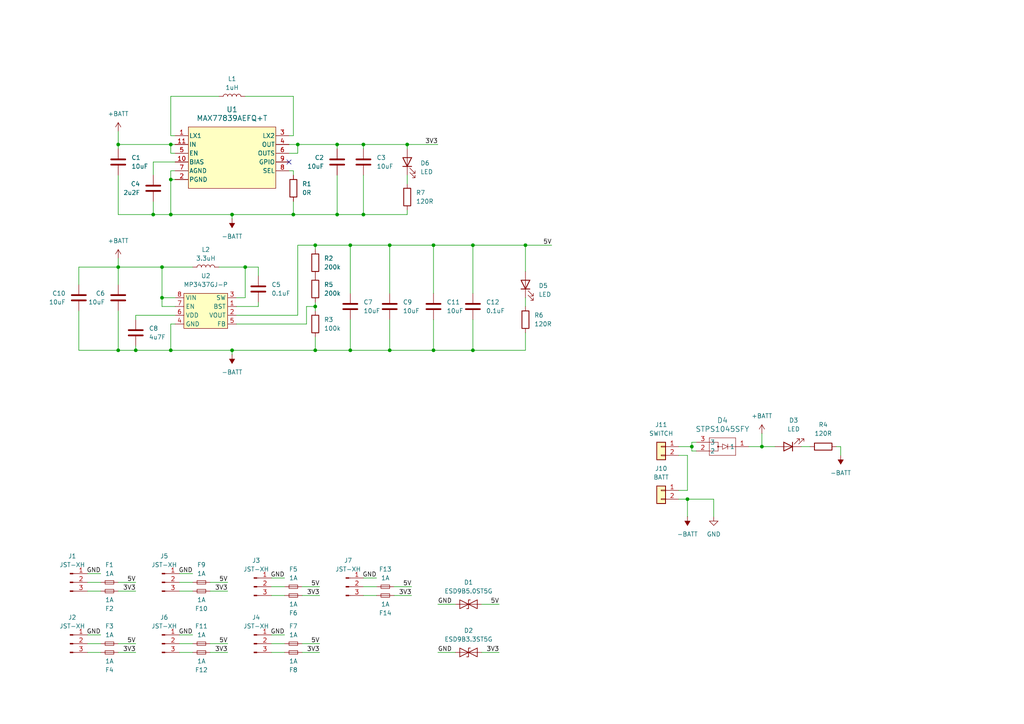
<source format=kicad_sch>
(kicad_sch (version 20250114) (generator "eeschema") (generator_version "9.0")
  (paper "A4")
  (lib_symbols
    (symbol "Connector:Conn_01x03_Pin" (pin_names (offset 1.016) (hide yes))
      (property "Reference" "J" (at 0 5.08 0))
      (property "Value" "Conn_01x03_Pin" (at 0 -5.08 0))
      (symbol "Conn_01x03_Pin_1_1"
        (rectangle (start 0.8636 2.667) (end 0 2.413) (stroke (width 0.1524)) (fill (type outline)))
        (rectangle (start 0.8636 0.127) (end 0 -0.127) (stroke (width 0.1524)) (fill (type outline)))
        (rectangle (start 0.8636 -2.413) (end 0 -2.667) (stroke (width 0.1524)) (fill (type outline)))
        (polyline (pts (xy 1.27 2.54) (xy 0.8636 2.54)) (stroke (width 0.1524)))
        (polyline (pts (xy 1.27 0) (xy 0.8636 0)) (stroke (width 0.1524)))
        (polyline (pts (xy 1.27 -2.54) (xy 0.8636 -2.54)) (stroke (width 0.1524)))
        (pin passive line (at 5.08 2.54 180) (length 3.81) (name "Pin_1") (number "1"))
        (pin passive line (at 5.08 0 180) (length 3.81) (name "Pin_2") (number "2"))
        (pin passive line (at 5.08 -2.54 180) (length 3.81) (name "Pin_3") (number "3"))
      )
    )
    (symbol "Connector_Generic:Conn_01x02" (pin_names (offset 1.016) (hide yes))
      (property "Reference" "J" (at 0 2.54 0))
      (property "Value" "Conn_01x02" (at 0 -5.08 0))
      (symbol "Conn_01x02_1_1"
        (rectangle (start -1.27 1.27) (end 1.27 -3.81) (stroke (width 0.254)) (fill (type background)))
        (rectangle (start -1.27 0.127) (end 0 -0.127) (stroke (width 0.1524)))
        (rectangle (start -1.27 -2.413) (end 0 -2.667) (stroke (width 0.1524)))
        (pin passive line (at -5.08 0 0) (length 3.81) (name "Pin_1") (number "1"))
        (pin passive line (at -5.08 -2.54 0) (length 3.81) (name "Pin_2") (number "2"))
      )
    )
    (symbol "Device:C" (pin_numbers (hide yes)) (pin_names (offset 0.254))
      (property "Reference" "C" (at 0.635 2.54 0))
      (property "Value" "C" (at 0.635 -2.54 0))
      (symbol "C_0_1"
        (polyline (pts (xy -2.032 0.762) (xy 2.032 0.762)) (stroke (width 0.508)))
        (polyline (pts (xy -2.032 -0.762) (xy 2.032 -0.762)) (stroke (width 0.508)))
      )
      (symbol "C_1_1"
        (pin passive line (at 0 3.81 270) (length 2.794) (name "~") (number "1"))
        (pin passive line (at 0 -3.81 90) (length 2.794) (name "~") (number "2"))
      )
    )
    (symbol "Device:Fuse_Small" (pin_numbers (hide yes)) (pin_names (offset 0.254) (hide yes))
      (property "Reference" "F" (at 0 -1.524 0))
      (property "Value" "Fuse_Small" (at 0 1.524 0))
      (symbol "Fuse_Small_0_1"
        (rectangle (start -1.27 0.508) (end 1.27 -0.508))
        (polyline (pts (xy -1.27 0) (xy 1.27 0)))
      )
      (symbol "Fuse_Small_1_1"
        (pin passive line (at -2.54 0 0) (length 1.27) (name "~") (number "1"))
        (pin passive line (at 2.54 0 180) (length 1.27) (name "~") (number "2"))
      )
    )
    (symbol "Device:L" (pin_numbers (hide yes)) (pin_names (offset 1.016) (hide yes))
      (property "Reference" "L" (at -1.27 0 90))
      (property "Value" "L" (at 1.905 0 90))
      (symbol "L_0_1"
        (arc (start 0 2.54) (mid 0.6323 1.905) (end 0 1.27))
        (arc (start 0 1.27) (mid 0.6323 0.635) (end 0 0))
        (arc (start 0 0) (mid 0.6323 -0.635) (end 0 -1.27))
        (arc (start 0 -1.27) (mid 0.6323 -1.905) (end 0 -2.54))
      )
      (symbol "L_1_1"
        (pin passive line (at 0 3.81 270) (length 1.27) (name "1") (number "1"))
        (pin passive line (at 0 -3.81 90) (length 1.27) (name "2") (number "2"))
      )
    )
    (symbol "Device:LED" (pin_numbers (hide yes)) (pin_names (offset 1.016) (hide yes))
      (property "Reference" "D" (at 0 2.54 0))
      (property "Value" "LED" (at 0 -2.54 0))
      (symbol "LED_0_1"
        (polyline (pts (xy -3.048 -0.762) (xy -4.572 -2.286) (xy -3.81 -2.286) (xy -4.572 -2.286) (xy -4.572 -1.524)))
        (polyline (pts (xy -1.778 -0.762) (xy -3.302 -2.286) (xy -2.54 -2.286) (xy -3.302 -2.286) (xy -3.302 -1.524)))
        (polyline (pts (xy -1.27 0) (xy 1.27 0)))
        (polyline (pts (xy -1.27 -1.27) (xy -1.27 1.27)) (stroke (width 0.254)))
        (polyline (pts (xy 1.27 -1.27) (xy 1.27 1.27) (xy -1.27 0) (xy 1.27 -1.27)) (stroke (width 0.254)))
      )
      (symbol "LED_1_1"
        (pin passive line (at -3.81 0 0) (length 2.54) (name "K") (number "1"))
        (pin passive line (at 3.81 0 180) (length 2.54) (name "A") (number "2"))
      )
    )
    (symbol "Device:R" (pin_numbers (hide yes)) (pin_names (offset 0))
      (property "Reference" "R" (at 2.032 0 90))
      (property "Value" "R" (at 0 0 90))
      (symbol "R_0_1"
        (rectangle (start -1.016 -2.54) (end 1.016 2.54) (stroke (width 0.254)))
      )
      (symbol "R_1_1"
        (pin passive line (at 0 3.81 270) (length 1.27) (name "~") (number "1"))
        (pin passive line (at 0 -3.81 90) (length 1.27) (name "~") (number "2"))
      )
    )
    (symbol "Diode:ESD9B3.3ST5G" (pin_numbers (hide yes)) (pin_names (offset 1.016) (hide yes))
      (property "Reference" "D" (at 0 2.54 0))
      (property "Value" "ESD9B3.3ST5G" (at 0 -2.54 0))
      (symbol "ESD9B3.3ST5G_0_1"
        (polyline (pts (xy -2.54 -1.27) (xy 0 0) (xy -2.54 1.27) (xy -2.54 -1.27)) (stroke (width 0.2032)))
        (polyline (pts (xy 0.508 1.27) (xy 0 1.27) (xy 0 -1.27) (xy -0.508 -1.27)) (stroke (width 0.2032)))
        (polyline (pts (xy 1.27 0) (xy -1.27 0)))
        (polyline (pts (xy 2.54 1.27) (xy 2.54 -1.27) (xy 0 0) (xy 2.54 1.27)) (stroke (width 0.2032)))
      )
      (symbol "ESD9B3.3ST5G_1_1"
        (pin passive line (at -3.81 0 0) (length 2.54) (name "A1") (number "1"))
        (pin passive line (at 3.81 0 180) (length 2.54) (name "A2") (number "2"))
      )
    )
    (symbol "Diode:ESD9B5.0ST5G" (pin_numbers (hide yes)) (pin_names (offset 1.016) (hide yes))
      (property "Reference" "D" (at 0 2.54 0))
      (property "Value" "ESD9B5.0ST5G" (at 0 -2.54 0))
      (symbol "ESD9B5.0ST5G_0_1"
        (polyline (pts (xy -2.54 -1.27) (xy 0 0) (xy -2.54 1.27) (xy -2.54 -1.27)) (stroke (width 0.2032)))
        (polyline (pts (xy 0.508 1.27) (xy 0 1.27) (xy 0 -1.27) (xy -0.508 -1.27)) (stroke (width 0.2032)))
        (polyline (pts (xy 1.27 0) (xy -1.27 0)))
        (polyline (pts (xy 2.54 1.27) (xy 2.54 -1.27) (xy 0 0) (xy 2.54 1.27)) (stroke (width 0.2032)))
      )
      (symbol "ESD9B5.0ST5G_1_1"
        (pin passive line (at -3.81 0 0) (length 2.54) (name "A1") (number "1"))
        (pin passive line (at 3.81 0 180) (length 2.54) (name "A2") (number "2"))
      )
    )
    (symbol "MPS_symbols:MAX77839AEFQ+T" (pin_names (offset 0.254))
      (property "Reference" "U" (at 0 15.24 0))
      (property "Value" "MAX77839AEFQ+T" (at 0 12.7 0))
      (symbol "MAX77839AEFQ+T_0_1"
        (pin input line (at -16.51 6.35 0) (length 3.81) (name "IN") (number "11"))
        (pin input line (at -16.51 3.81 0) (length 3.81) (name "EN") (number "5"))
        (pin output line (at -16.51 1.27 0) (length 3.81) (name "BIAS") (number "10"))
        (pin power_in line (at -16.51 -1.27 0) (length 3.81) (name "AGND") (number "7"))
        (pin power_in line (at -16.51 -3.81 0) (length 3.81) (name "PGND") (number "2"))
        (pin power_in line (at 16.51 6.35 180) (length 3.81) (name "OUT") (number "4"))
        (pin input line (at 16.51 3.81 180) (length 3.81) (name "OUTS") (number "6"))
        (pin bidirectional line (at 16.51 1.27 180) (length 3.81) (name "GPIO") (number "9"))
        (pin input line (at 16.51 -1.27 180) (length 3.81) (name "SEL") (number "8"))
      )
      (symbol "MAX77839AEFQ+T_1_1"
        (rectangle (start -12.7 11.43) (end 12.7 -6.35) (fill (type background)))
        (pin power_in line (at -16.51 8.89 0) (length 3.81) (name "LX1") (number "1"))
        (pin power_in line (at 16.51 8.89 180) (length 3.81) (name "LX2") (number "3"))
      )
    )
    (symbol "MPS_symbols:MP3437GJ-P"
      (property "Reference" "U" (at 0 6.096 0))
      (property "Value" "MP3437GJ-P" (at 0 -6.35 0))
      (symbol "MP3437GJ-P_0_0"
        (pin input line (at -8.89 3.81 0) (length 2.54) (name "VIN") (number "8"))
        (pin input line (at -8.89 1.27 0) (length 2.54) (name "EN") (number "7"))
        (pin passive line (at -8.89 -1.27 0) (length 2.54) (name "VDD") (number "6"))
        (pin passive line (at -8.89 -3.81 0) (length 2.54) (name "GND") (number "4"))
        (pin passive line (at 8.89 3.81 180) (length 2.54) (name "SW") (number "3"))
        (pin passive line (at 8.89 1.27 180) (length 2.54) (name "BST") (number "1"))
        (pin output line (at 8.89 -1.27 180) (length 2.54) (name "VOUT") (number "2"))
        (pin input line (at 8.89 -3.81 180) (length 2.54) (name "FB") (number "5"))
      )
      (symbol "MP3437GJ-P_1_1"
        (rectangle (start -6.35 5.08) (end 6.35 -5.08) (fill (type background)))
      )
    )
    (symbol "MPS_symbols:STPS1045SFY" (pin_names (offset 0.254))
      (property "Reference" "D" (at 0 7.62 0))
      (property "Value" "STPS1045SFY" (at 0 5.334 0))
      (symbol "STPS1045SFY_0_1"
        (polyline (pts (xy -3.81 3.81) (xy -3.81 -1.27)) (stroke (width 0.127)))
        (polyline (pts (xy -3.81 1.27) (xy -1.524 1.27)) (stroke (width 0.127)))
        (polyline (pts (xy -3.81 -1.27) (xy 3.81 -1.27)) (stroke (width 0.127)))
        (polyline (pts (xy -1.524 1.27) (xy 0 0.508)) (stroke (width 0.127)))
        (polyline (pts (xy -1.524 0.508) (xy -1.524 2.032)) (stroke (width 0.127)))
        (polyline (pts (xy 0 2.032) (xy -1.524 1.27)) (stroke (width 0.127)))
        (polyline (pts (xy 0 1.27) (xy 1.27 1.27)) (stroke (width 0.127)))
        (polyline (pts (xy 0 0.508) (xy 0 2.032)) (stroke (width 0.127)))
        (polyline (pts (xy 1.27 2.54) (xy 1.27 0)) (stroke (width 0.127)))
        (polyline (pts (xy 1.27 2.54) (xy 3.81 2.54)) (stroke (width 0.127)))
        (circle (center 1.27 1.27) (radius 0.127) (stroke (width 0.254)))
        (polyline (pts (xy 3.81 3.81) (xy -3.81 3.81)) (stroke (width 0.127)))
        (polyline (pts (xy 3.81 0) (xy 1.27 0)) (stroke (width 0.127)))
        (polyline (pts (xy 3.81 -1.27) (xy 3.81 3.81)) (stroke (width 0.127)))
      )
      (symbol "STPS1045SFY_1_1"
        (pin unspecified line (at -7.62 1.27 0) (length 3.81) (name "1") (number "1"))
        (pin unspecified line (at 7.62 2.54 180) (length 3.81) (name "3") (number "3"))
        (pin unspecified line (at 7.62 0 180) (length 3.81) (name "2") (number "2"))
      )
    )
    (symbol "power:+BATT" (power) (pin_numbers (hide yes)) (pin_names (offset 0) (hide yes))
      (property "Value" "+BATT" (at 0 3.556 0))
      (symbol "+BATT_0_1"
        (polyline (pts (xy -0.762 1.27) (xy 0 2.54)))
        (polyline (pts (xy 0 2.54) (xy 0.762 1.27)))
        (polyline (pts (xy 0 0) (xy 0 2.54)))
      )
      (symbol "+BATT_1_1"
        (pin power_in line (at 0 0 90) (length 0) (name "~") (number "1"))
      )
    )
    (symbol "power:-BATT" (power) (pin_numbers (hide yes)) (pin_names (offset 0) (hide yes))
      (property "Value" "-BATT" (at 0 3.556 0))
      (symbol "-BATT_0_1"
        (polyline (pts (xy 0 0) (xy 0 2.54)))
        (polyline (pts (xy 0.762 1.27) (xy -0.762 1.27) (xy 0 2.54) (xy 0.762 1.27)) (fill (type outline)))
      )
      (symbol "-BATT_1_1"
        (pin power_in line (at 0 0 90) (length 0) (name "~") (number "1"))
      )
    )
    (symbol "power:GND" (power) (pin_numbers (hide yes)) (pin_names (offset 0) (hide yes))
      (property "Value" "GND" (at 0 -3.81 0))
      (symbol "GND_0_1"
        (polyline (pts (xy 0 0) (xy 0 -1.27) (xy 1.27 -1.27) (xy 0 -2.54) (xy -1.27 -1.27) (xy 0 -1.27)))
      )
      (symbol "GND_1_1"
        (pin power_in line (at 0 0 270) (length 0) (name "~") (number "1"))
      )
    )
  )
  (junction (at 85.09 62.23))
  (junction (at 105.41 41.91))
  (junction (at 113.03 71.12))
  (junction (at 101.6 101.6))
  (junction (at 91.44 101.6))
  (junction (at 97.79 62.23))
  (junction (at 125.73 71.12))
  (junction (at 34.29 41.91))
  (junction (at 34.29 101.6))
  (junction (at 137.16 71.12))
  (junction (at 91.44 71.12))
  (junction (at 137.16 101.6))
  (junction (at 86.36 41.91))
  (junction (at 125.73 101.6))
  (junction (at 200.66 129.54))
  (junction (at 101.6 71.12))
  (junction (at 199.39 144.78))
  (junction (at 39.37 101.6))
  (junction (at 44.45 62.23))
  (junction (at 46.99 86.36))
  (junction (at 67.31 101.6))
  (junction (at 46.99 77.47))
  (junction (at 49.53 41.91))
  (junction (at 91.44 88.9))
  (junction (at 118.11 41.91))
  (junction (at 49.53 101.6))
  (junction (at 49.53 52.07))
  (junction (at 34.29 77.47))
  (junction (at 71.12 77.47))
  (junction (at 113.03 101.6))
  (junction (at 220.98 129.54))
  (junction (at 105.41 62.23))
  (junction (at 152.4 71.12))
  (junction (at 67.31 62.23))
  (junction (at 49.53 62.23))
  (junction (at 97.79 41.91))
  (no_connect (at 83.82 46.99))
  (wire (pts (xy 25.4 168.91) (xy 29.21 168.91)))
  (wire (pts (xy 196.85 132.08) (xy 199.39 132.08)))
  (wire (pts (xy 44.45 62.23) (xy 49.53 62.23)))
  (wire (pts (xy 85.09 49.53) (xy 85.09 50.8)))
  (wire (pts (xy 39.37 91.44) (xy 50.8 91.44)))
  (wire (pts (xy 49.53 44.45) (xy 49.53 41.91)))
  (wire (pts (xy 87.63 172.72) (xy 92.71 172.72)))
  (wire (pts (xy 199.39 144.78) (xy 207.01 144.78)))
  (wire (pts (xy 199.39 132.08) (xy 199.39 142.24)))
  (wire (pts (xy 125.73 71.12) (xy 125.73 85.09)))
  (wire (pts (xy 78.74 172.72) (xy 82.55 172.72)))
  (wire (pts (xy 139.7 175.26) (xy 144.78 175.26)))
  (wire (pts (xy 201.93 128.27) (xy 200.66 128.27)))
  (wire (pts (xy 105.41 62.23) (xy 118.11 62.23)))
  (wire (pts (xy 67.31 101.6) (xy 91.44 101.6)))
  (wire (pts (xy 200.66 130.81) (xy 201.93 130.81)))
  (wire (pts (xy 101.6 71.12) (xy 113.03 71.12)))
  (wire (pts (xy 137.16 71.12) (xy 152.4 71.12)))
  (wire (pts (xy 34.29 62.23) (xy 44.45 62.23)))
  (wire (pts (xy 139.7 189.23) (xy 144.78 189.23)))
  (wire (pts (xy 34.29 189.23) (xy 39.37 189.23)))
  (wire (pts (xy 22.86 101.6) (xy 22.86 90.17)))
  (wire (pts (xy 91.44 87.63) (xy 91.44 88.9)))
  (wire (pts (xy 63.5 77.47) (xy 71.12 77.47)))
  (wire (pts (xy 50.8 44.45) (xy 49.53 44.45)))
  (wire (pts (xy 85.09 62.23) (xy 97.79 62.23)))
  (wire (pts (xy 85.09 39.37) (xy 83.82 39.37)))
  (wire (pts (xy 50.8 88.9) (xy 46.99 88.9)))
  (wire (pts (xy 220.98 125.73) (xy 220.98 129.54)))
  (wire (pts (xy 34.29 50.8) (xy 34.29 62.23)))
  (wire (pts (xy 86.36 41.91) (xy 86.36 44.45)))
  (wire (pts (xy 34.29 90.17) (xy 34.29 101.6)))
  (wire (pts (xy 67.31 102.87) (xy 67.31 101.6)))
  (wire (pts (xy 39.37 101.6) (xy 49.53 101.6)))
  (wire (pts (xy 83.82 49.53) (xy 85.09 49.53)))
  (wire (pts (xy 68.58 88.9) (xy 74.93 88.9)))
  (wire (pts (xy 113.03 71.12) (xy 125.73 71.12)))
  (wire (pts (xy 52.07 189.23) (xy 55.88 189.23)))
  (wire (pts (xy 25.4 166.37) (xy 29.21 166.37)))
  (wire (pts (xy 25.4 186.69) (xy 29.21 186.69)))
  (wire (pts (xy 52.07 186.69) (xy 55.88 186.69)))
  (wire (pts (xy 199.39 142.24) (xy 196.85 142.24)))
  (wire (pts (xy 49.53 39.37) (xy 49.53 27.94)))
  (wire (pts (xy 68.58 93.98) (xy 88.9 93.98)))
  (wire (pts (xy 101.6 71.12) (xy 101.6 85.09)))
  (wire (pts (xy 71.12 27.94) (xy 85.09 27.94)))
  (wire (pts (xy 67.31 62.23) (xy 85.09 62.23)))
  (wire (pts (xy 97.79 50.8) (xy 97.79 62.23)))
  (wire (pts (xy 52.07 166.37) (xy 55.88 166.37)))
  (wire (pts (xy 34.29 101.6) (xy 39.37 101.6)))
  (wire (pts (xy 52.07 168.91) (xy 55.88 168.91)))
  (wire (pts (xy 118.11 62.23) (xy 118.11 60.96)))
  (wire (pts (xy 85.09 27.94) (xy 85.09 39.37)))
  (wire (pts (xy 34.29 186.69) (xy 39.37 186.69)))
  (wire (pts (xy 86.36 41.91) (xy 97.79 41.91)))
  (wire (pts (xy 34.29 41.91) (xy 34.29 43.18)))
  (wire (pts (xy 207.01 144.78) (xy 207.01 149.86)))
  (wire (pts (xy 39.37 92.71) (xy 39.37 91.44)))
  (wire (pts (xy 105.41 167.64) (xy 109.22 167.64)))
  (wire (pts (xy 137.16 92.71) (xy 137.16 101.6)))
  (wire (pts (xy 243.84 129.54) (xy 242.57 129.54)))
  (wire (pts (xy 105.41 172.72) (xy 109.22 172.72)))
  (wire (pts (xy 127 175.26) (xy 132.08 175.26)))
  (wire (pts (xy 60.96 171.45) (xy 66.04 171.45)))
  (wire (pts (xy 49.53 27.94) (xy 63.5 27.94)))
  (wire (pts (xy 52.07 171.45) (xy 55.88 171.45)))
  (wire (pts (xy 125.73 92.71) (xy 125.73 101.6)))
  (wire (pts (xy 34.29 77.47) (xy 46.99 77.47)))
  (wire (pts (xy 78.74 167.64) (xy 82.55 167.64)))
  (wire (pts (xy 49.53 52.07) (xy 49.53 62.23)))
  (wire (pts (xy 91.44 88.9) (xy 88.9 88.9)))
  (wire (pts (xy 25.4 184.15) (xy 29.21 184.15)))
  (wire (pts (xy 46.99 88.9) (xy 46.99 86.36)))
  (wire (pts (xy 200.66 129.54) (xy 200.66 130.81)))
  (wire (pts (xy 49.53 49.53) (xy 49.53 52.07)))
  (wire (pts (xy 105.41 50.8) (xy 105.41 62.23)))
  (wire (pts (xy 152.4 71.12) (xy 160.02 71.12)))
  (wire (pts (xy 101.6 101.6) (xy 101.6 92.71)))
  (wire (pts (xy 22.86 77.47) (xy 34.29 77.47)))
  (wire (pts (xy 83.82 41.91) (xy 86.36 41.91)))
  (wire (pts (xy 118.11 41.91) (xy 118.11 43.18)))
  (wire (pts (xy 34.29 41.91) (xy 49.53 41.91)))
  (wire (pts (xy 118.11 41.91) (xy 127 41.91)))
  (wire (pts (xy 44.45 58.42) (xy 44.45 62.23)))
  (wire (pts (xy 97.79 41.91) (xy 97.79 43.18)))
  (wire (pts (xy 78.74 189.23) (xy 82.55 189.23)))
  (wire (pts (xy 86.36 91.44) (xy 86.36 71.12)))
  (wire (pts (xy 200.66 128.27) (xy 200.66 129.54)))
  (wire (pts (xy 67.31 62.23) (xy 49.53 62.23)))
  (wire (pts (xy 50.8 39.37) (xy 49.53 39.37)))
  (wire (pts (xy 74.93 88.9) (xy 74.93 87.63)))
  (wire (pts (xy 113.03 92.71) (xy 113.03 101.6)))
  (wire (pts (xy 49.53 52.07) (xy 50.8 52.07)))
  (wire (pts (xy 243.84 132.08) (xy 243.84 129.54)))
  (wire (pts (xy 152.4 86.36) (xy 152.4 88.9)))
  (wire (pts (xy 71.12 77.47) (xy 71.12 86.36)))
  (wire (pts (xy 87.63 186.69) (xy 92.71 186.69)))
  (wire (pts (xy 127 189.23) (xy 132.08 189.23)))
  (wire (pts (xy 34.29 38.1) (xy 34.29 41.91)))
  (wire (pts (xy 105.41 41.91) (xy 105.41 43.18)))
  (wire (pts (xy 52.07 184.15) (xy 55.88 184.15)))
  (wire (pts (xy 74.93 77.47) (xy 71.12 77.47)))
  (wire (pts (xy 25.4 189.23) (xy 29.21 189.23)))
  (wire (pts (xy 22.86 82.55) (xy 22.86 77.47)))
  (wire (pts (xy 152.4 96.52) (xy 152.4 101.6)))
  (wire (pts (xy 217.17 129.54) (xy 220.98 129.54)))
  (wire (pts (xy 71.12 86.36) (xy 68.58 86.36)))
  (wire (pts (xy 87.63 189.23) (xy 92.71 189.23)))
  (wire (pts (xy 34.29 101.6) (xy 22.86 101.6)))
  (wire (pts (xy 91.44 88.9) (xy 91.44 90.17)))
  (wire (pts (xy 91.44 101.6) (xy 101.6 101.6)))
  (wire (pts (xy 114.3 172.72) (xy 119.38 172.72)))
  (wire (pts (xy 39.37 101.6) (xy 39.37 100.33)))
  (wire (pts (xy 60.96 189.23) (xy 66.04 189.23)))
  (wire (pts (xy 78.74 186.69) (xy 82.55 186.69)))
  (wire (pts (xy 105.41 41.91) (xy 118.11 41.91)))
  (wire (pts (xy 78.74 170.18) (xy 82.55 170.18)))
  (wire (pts (xy 91.44 71.12) (xy 91.44 72.39)))
  (wire (pts (xy 91.44 97.79) (xy 91.44 101.6)))
  (wire (pts (xy 86.36 71.12) (xy 91.44 71.12)))
  (wire (pts (xy 152.4 71.12) (xy 152.4 78.74)))
  (wire (pts (xy 50.8 41.91) (xy 49.53 41.91)))
  (wire (pts (xy 34.29 168.91) (xy 39.37 168.91)))
  (wire (pts (xy 50.8 49.53) (xy 49.53 49.53)))
  (wire (pts (xy 232.41 129.54) (xy 234.95 129.54)))
  (wire (pts (xy 34.29 77.47) (xy 34.29 82.55)))
  (wire (pts (xy 49.53 101.6) (xy 49.53 93.98)))
  (wire (pts (xy 67.31 62.23) (xy 67.31 63.5)))
  (wire (pts (xy 60.96 186.69) (xy 66.04 186.69)))
  (wire (pts (xy 196.85 129.54) (xy 200.66 129.54)))
  (wire (pts (xy 118.11 50.8) (xy 118.11 53.34)))
  (wire (pts (xy 152.4 101.6) (xy 137.16 101.6)))
  (wire (pts (xy 50.8 46.99) (xy 44.45 46.99)))
  (wire (pts (xy 78.74 184.15) (xy 82.55 184.15)))
  (wire (pts (xy 199.39 144.78) (xy 199.39 149.86)))
  (wire (pts (xy 46.99 86.36) (xy 46.99 77.47)))
  (wire (pts (xy 25.4 171.45) (xy 29.21 171.45)))
  (wire (pts (xy 105.41 170.18) (xy 109.22 170.18)))
  (wire (pts (xy 49.53 101.6) (xy 67.31 101.6)))
  (wire (pts (xy 137.16 71.12) (xy 137.16 85.09)))
  (wire (pts (xy 105.41 62.23) (xy 97.79 62.23)))
  (wire (pts (xy 88.9 88.9) (xy 88.9 93.98)))
  (wire (pts (xy 125.73 101.6) (xy 113.03 101.6)))
  (wire (pts (xy 113.03 71.12) (xy 113.03 85.09)))
  (wire (pts (xy 137.16 101.6) (xy 125.73 101.6)))
  (wire (pts (xy 46.99 77.47) (xy 55.88 77.47)))
  (wire (pts (xy 74.93 80.01) (xy 74.93 77.47)))
  (wire (pts (xy 220.98 129.54) (xy 224.79 129.54)))
  (wire (pts (xy 85.09 62.23) (xy 85.09 58.42)))
  (wire (pts (xy 196.85 144.78) (xy 199.39 144.78)))
  (wire (pts (xy 97.79 41.91) (xy 105.41 41.91)))
  (wire (pts (xy 83.82 44.45) (xy 86.36 44.45)))
  (wire (pts (xy 34.29 171.45) (xy 39.37 171.45)))
  (wire (pts (xy 113.03 101.6) (xy 101.6 101.6)))
  (wire (pts (xy 125.73 71.12) (xy 137.16 71.12)))
  (wire (pts (xy 114.3 170.18) (xy 119.38 170.18)))
  (wire (pts (xy 60.96 168.91) (xy 66.04 168.91)))
  (wire (pts (xy 49.53 93.98) (xy 50.8 93.98)))
  (wire (pts (xy 34.29 74.93) (xy 34.29 77.47)))
  (wire (pts (xy 44.45 46.99) (xy 44.45 50.8)))
  (wire (pts (xy 91.44 71.12) (xy 101.6 71.12)))
  (wire (pts (xy 68.58 91.44) (xy 86.36 91.44)))
  (wire (pts (xy 87.63 170.18) (xy 92.71 170.18)))
  (wire (pts (xy 50.8 86.36) (xy 46.99 86.36)))
  (label "5V" (at 119.38 170.18 180))
  (label "GND" (at 29.21 166.37 180))
  (label "3V3" (at 144.78 189.23 180))
  (label "5V" (at 39.37 168.91 180))
  (label "3V3" (at 119.38 172.72 180))
  (label "5V" (at 39.37 186.69 180))
  (label "GND" (at 55.88 184.15 180))
  (label "5V" (at 92.71 186.69 180))
  (label "GND" (at 127 175.26 0))
  (label "5V" (at 66.04 168.91 180))
  (label "GND" (at 109.22 167.64 180))
  (label "3V3" (at 66.04 171.45 180))
  (label "GND" (at 55.88 166.37 180))
  (label "GND" (at 82.55 167.64 180))
  (label "3V3" (at 92.71 189.23 180))
  (label "3V3" (at 39.37 171.45 180))
  (label "3V3" (at 92.71 172.72 180))
  (label "5V" (at 160.02 71.12 180))
  (label "5V" (at 92.71 170.18 180))
  (label "GND" (at 29.21 184.15 180))
  (label "5V" (at 66.04 186.69 180))
  (label "3V3" (at 127 41.91 180))
  (label "5V" (at 144.78 175.26 180))
  (label "GND" (at 127 189.23 0))
  (label "GND" (at 82.55 184.15 180))
  (label "3V3" (at 39.37 189.23 180))
  (label "3V3" (at 66.04 189.23 180))
  (symbol (lib_id "Device:C") (at 113.03 88.9 0) (unit 1)
    (property "Reference" "C9" (at 116.84 87.6299 0) (effects (justify left)))
    (property "Value" "10uF" (at 116.84 90.1699 0) (effects (justify left)))
    (property "Footprint" "Capacitor_SMD:C_1206_3216Metric" (effects (hide yes)))
    (property "Description" "Unpolarized capacitor" (effects (hide yes)))
  )
  (symbol (lib_id "Device:Fuse_Small") (at 58.42 186.69 0) (unit 1)
    (property "Reference" "F11" (at 58.42 181.61 0))
    (property "Value" "1A" (at 58.42 184.15 0))
    (property "Footprint" "Fuse:Fuse_0603_1608Metric" (effects (hide yes)))
    (property "Description" "Fuse, small symbol" (effects (hide yes)))
  )
  (symbol (lib_id "Device:R") (at 152.4 92.71 0) (unit 1)
    (property "Reference" "R6" (at 154.94 91.4399 0) (effects (justify left)))
    (property "Value" "120R" (at 154.94 93.9799 0) (effects (justify left)))
    (property "Footprint" "Resistor_SMD:R_0603_1608Metric" (effects (hide yes)))
    (property "Description" "Resistor" (effects (hide yes)))
  )
  (symbol (lib_id "Device:Fuse_Small") (at 58.42 171.45 0) (mirror x) (unit 1)
    (property "Reference" "F10" (at 58.42 176.53 0))
    (property "Value" "1A" (at 58.42 173.99 0))
    (property "Footprint" "Fuse:Fuse_0603_1608Metric" (effects (hide yes)))
    (property "Description" "Fuse, small symbol" (effects (hide yes)))
  )
  (symbol (lib_id "Device:C") (at 97.79 46.99 0) (mirror y) (unit 1)
    (property "Reference" "C2" (at 93.98 45.7199 0) (effects (justify left)))
    (property "Value" "10uF" (at 93.98 48.2599 0) (effects (justify left)))
    (property "Footprint" "Capacitor_SMD:C_1206_3216Metric" (effects (hide yes)))
    (property "Description" "Unpolarized capacitor" (effects (hide yes)))
  )
  (symbol (lib_id "Device:Fuse_Small") (at 85.09 186.69 0) (unit 1)
    (property "Reference" "F7" (at 85.09 181.61 0))
    (property "Value" "1A" (at 85.09 184.15 0))
    (property "Footprint" "Fuse:Fuse_0603_1608Metric" (effects (hide yes)))
    (property "Description" "Fuse, small symbol" (effects (hide yes)))
  )
  (symbol (lib_id "Device:R") (at 91.44 83.82 0) (unit 1)
    (property "Reference" "R5" (at 93.98 82.5499 0) (effects (justify left)))
    (property "Value" "200k" (at 93.98 85.0899 0) (effects (justify left)))
    (property "Footprint" "Resistor_SMD:R_0603_1608Metric" (effects (hide yes)))
    (property "Description" "Resistor" (effects (hide yes)))
  )
  (symbol (lib_id "Connector:Conn_01x03_Pin") (at 46.99 186.69 0) (unit 1)
    (property "Reference" "J6" (at 47.625 179.07 0))
    (property "Value" "JST-XH" (at 47.625 181.61 0))
    (property "Footprint" "Connector_JST:JST_XH_S3B-XH-A_1x03_P2.50mm_Horizontal" (effects (hide yes)))
    (property "Description" "Generic connector, single row, 01x03, script generated" (effects (hide yes)))
  )
  (symbol (lib_id "Device:LED") (at 228.6 129.54 180) (unit 1)
    (property "Reference" "D3" (at 230.1875 121.92 0))
    (property "Value" "LED" (at 230.1875 124.46 0))
    (property "Footprint" "LED_SMD:LED_0603_1608Metric" (effects (hide yes)))
    (property "Description" "Light emitting diode" (effects (hide yes)))
    (property "Sim.Pins" "1=K 2=A" (effects (hide yes)))
  )
  (symbol (lib_id "Connector:Conn_01x03_Pin") (at 20.32 168.91 0) (unit 1)
    (property "Reference" "J1" (at 20.955 161.29 0))
    (property "Value" "JST-XH" (at 20.955 163.83 0))
    (property "Footprint" "Connector_JST:JST_XH_S3B-XH-A_1x03_P2.50mm_Horizontal" (effects (hide yes)))
    (property "Description" "Generic connector, single row, 01x03, script generated" (effects (hide yes)))
  )
  (symbol (lib_id "power:+BATT") (at 220.98 125.73 0) (unit 1)
    (property "Reference" "#PWR01" (effects (hide yes)))
    (property "Value" "+BATT" (at 220.98 120.65 0))
    (property "Description" "Power symbol creates a global label with name \"+BATT\"" (effects (hide yes)))
  )
  (symbol (lib_id "Device:R") (at 85.09 54.61 0) (unit 1)
    (property "Reference" "R1" (at 87.63 53.3399 0) (effects (justify left)))
    (property "Value" "0R" (at 87.63 55.8799 0) (effects (justify left)))
    (property "Footprint" "Resistor_SMD:R_0603_1608Metric" (effects (hide yes)))
    (property "Description" "Resistor" (effects (hide yes)))
  )
  (symbol (lib_id "Connector:Conn_01x03_Pin") (at 100.33 170.18 0) (unit 1)
    (property "Reference" "J7" (at 100.965 162.56 0))
    (property "Value" "JST-XH" (at 100.965 165.1 0))
    (property "Footprint" "Connector_JST:JST_XH_S3B-XH-A_1x03_P2.50mm_Horizontal" (effects (hide yes)))
    (property "Description" "Generic connector, single row, 01x03, script generated" (effects (hide yes)))
  )
  (symbol (lib_id "Connector_Generic:Conn_01x02") (at 191.77 129.54 0) (mirror y) (unit 1)
    (property "Reference" "J11" (at 191.77 123.19 0))
    (property "Value" "SWITCH" (at 191.77 125.73 0))
    (property "Footprint" "Connector_JST:JST_VH_B2PS-VH_1x02_P3.96mm_Horizontal" (effects (hide yes)))
    (property "Description" "Generic connector, single row, 01x02, script generated (kicad-library-utils/schlib/autogen/connector/)" (effects (hide yes)))
  )
  (symbol (lib_id "Device:LED") (at 118.11 46.99 90) (unit 1)
    (property "Reference" "D6" (at 121.92 47.3074 90) (effects (justify right)))
    (property "Value" "LED" (at 121.92 49.8474 90) (effects (justify right)))
    (property "Footprint" "LED_SMD:LED_0603_1608Metric" (effects (hide yes)))
    (property "Description" "Light emitting diode" (effects (hide yes)))
    (property "Sim.Pins" "1=K 2=A" (effects (hide yes)))
  )
  (symbol (lib_id "Connector:Conn_01x03_Pin") (at 73.66 186.69 0) (unit 1)
    (property "Reference" "J4" (at 74.295 179.07 0))
    (property "Value" "JST-XH" (at 74.295 181.61 0))
    (property "Footprint" "Connector_JST:JST_XH_S3B-XH-A_1x03_P2.50mm_Horizontal" (effects (hide yes)))
    (property "Description" "Generic connector, single row, 01x03, script generated" (effects (hide yes)))
  )
  (symbol (lib_id "Device:Fuse_Small") (at 111.76 172.72 0) (mirror x) (unit 1)
    (property "Reference" "F14" (at 111.76 177.8 0))
    (property "Value" "1A" (at 111.76 175.26 0))
    (property "Footprint" "Fuse:Fuse_0603_1608Metric" (effects (hide yes)))
    (property "Description" "Fuse, small symbol" (effects (hide yes)))
  )
  (symbol (lib_id "Connector_Generic:Conn_01x02") (at 191.77 142.24 0) (mirror y) (unit 1)
    (property "Reference" "J10" (at 191.77 135.89 0))
    (property "Value" "BATT" (at 191.77 138.43 0))
    (property "Footprint" "Connector_JST:JST_VH_B2PS-VH_1x02_P3.96mm_Horizontal" (effects (hide yes)))
    (property "Description" "Generic connector, single row, 01x02, script generated (kicad-library-utils/schlib/autogen/connector/)" (effects (hide yes)))
  )
  (symbol (lib_id "Device:L") (at 59.69 77.47 90) (unit 1)
    (property "Reference" "L2" (at 59.69 72.39 90))
    (property "Value" "3.3uH" (at 59.69 74.93 90))
    (property "Footprint" "MPS_footprints:L_Wurth_WE-XHMI-6060P" (effects (hide yes)))
    (property "Description" "Inductor" (effects (hide yes)))
  )
  (symbol (lib_id "Device:R") (at 238.76 129.54 270) (unit 1)
    (property "Reference" "R4" (at 238.76 123.19 90))
    (property "Value" "120R" (at 238.76 125.73 90))
    (property "Footprint" "Resistor_SMD:R_0603_1608Metric" (effects (hide yes)))
    (property "Description" "Resistor" (effects (hide yes)))
  )
  (symbol (lib_id "power:-BATT") (at 67.31 102.87 180) (unit 1)
    (property "Reference" "#PWR06" (effects (hide yes)))
    (property "Value" "-BATT" (at 67.31 107.95 0))
    (property "Description" "Power symbol creates a global label with name \"-BATT\"" (effects (hide yes)))
  )
  (symbol (lib_id "Device:Fuse_Small") (at 31.75 189.23 0) (mirror x) (unit 1)
    (property "Reference" "F4" (at 31.75 194.31 0))
    (property "Value" "1A" (at 31.75 191.77 0))
    (property "Footprint" "Fuse:Fuse_0603_1608Metric" (effects (hide yes)))
    (property "Description" "Fuse, small symbol" (effects (hide yes)))
  )
  (symbol (lib_id "power:GND") (at 207.01 149.86 0) (unit 1)
    (property "Reference" "#PWR03" (effects (hide yes)))
    (property "Value" "GND" (at 207.01 154.94 0))
    (property "Description" "Power symbol creates a global label with name \"GND\" , ground" (effects (hide yes)))
  )
  (symbol (lib_id "Device:Fuse_Small") (at 111.76 170.18 0) (unit 1)
    (property "Reference" "F13" (at 111.76 165.1 0))
    (property "Value" "1A" (at 111.76 167.64 0))
    (property "Footprint" "Fuse:Fuse_0603_1608Metric" (effects (hide yes)))
    (property "Description" "Fuse, small symbol" (effects (hide yes)))
  )
  (symbol (lib_id "power:-BATT") (at 243.84 132.08 180) (unit 1)
    (property "Reference" "#PWR07" (effects (hide yes)))
    (property "Value" "-BATT" (at 243.84 137.16 0))
    (property "Description" "Power symbol creates a global label with name \"-BATT\"" (effects (hide yes)))
  )
  (symbol (lib_id "Device:C") (at 44.45 54.61 0) (mirror y) (unit 1)
    (property "Reference" "C4" (at 40.64 53.3399 0) (effects (justify left)))
    (property "Value" "2u2F" (at 40.64 55.8799 0) (effects (justify left)))
    (property "Footprint" "Capacitor_SMD:C_0805_2012Metric" (effects (hide yes)))
    (property "Description" "Unpolarized capacitor" (effects (hide yes)))
  )
  (symbol (lib_id "MPS_symbols:STPS1045SFY") (at 209.55 130.81 0) (mirror y) (unit 1)
    (property "Reference" "D4" (at 209.55 121.92 0) (effects (font (size 1.524 1.524))))
    (property "Value" "STPS1045SFY" (at 209.55 124.46 0) (effects (font (size 1.524 1.524))))
    (property "Footprint" "PSMCTO-277A_STM" (effects (hide yes)))
    (property "Datasheet" "https://www.st.com/resource/en/datasheet/stps1045sfy.pdf" (effects (hide yes)))
  )
  (symbol (lib_id "power:-BATT") (at 199.39 149.86 180) (unit 1)
    (property "Reference" "#PWR02" (effects (hide yes)))
    (property "Value" "-BATT" (at 199.39 154.94 0))
    (property "Description" "Power symbol creates a global label with name \"-BATT\"" (effects (hide yes)))
  )
  (symbol (lib_id "Device:Fuse_Small") (at 58.42 168.91 0) (unit 1)
    (property "Reference" "F9" (at 58.42 163.83 0))
    (property "Value" "1A" (at 58.42 166.37 0))
    (property "Footprint" "Fuse:Fuse_0603_1608Metric" (effects (hide yes)))
    (property "Description" "Fuse, small symbol" (effects (hide yes)))
  )
  (symbol (lib_id "Connector:Conn_01x03_Pin") (at 46.99 168.91 0) (unit 1)
    (property "Reference" "J5" (at 47.625 161.29 0))
    (property "Value" "JST-XH" (at 47.625 163.83 0))
    (property "Footprint" "Connector_JST:JST_XH_S3B-XH-A_1x03_P2.50mm_Horizontal" (effects (hide yes)))
    (property "Description" "Generic connector, single row, 01x03, script generated" (effects (hide yes)))
  )
  (symbol (lib_id "Device:C") (at 22.86 86.36 0) (mirror y) (unit 1)
    (property "Reference" "C10" (at 19.05 85.0899 0) (effects (justify left)))
    (property "Value" "10uF" (at 19.05 87.6299 0) (effects (justify left)))
    (property "Footprint" "Capacitor_SMD:C_1206_3216Metric" (effects (hide yes)))
    (property "Description" "Unpolarized capacitor" (effects (hide yes)))
  )
  (symbol (lib_id "power:+BATT") (at 34.29 38.1 0) (unit 1)
    (property "Reference" "#PWR04" (effects (hide yes)))
    (property "Value" "+BATT" (at 34.29 33.02 0))
    (property "Description" "Power symbol creates a global label with name \"+BATT\"" (effects (hide yes)))
  )
  (symbol (lib_id "power:+BATT") (at 34.29 74.93 0) (unit 1)
    (property "Reference" "#PWR08" (effects (hide yes)))
    (property "Value" "+BATT" (at 34.29 69.85 0))
    (property "Description" "Power symbol creates a global label with name \"+BATT\"" (effects (hide yes)))
  )
  (symbol (lib_id "Device:LED") (at 152.4 82.55 90) (unit 1)
    (property "Reference" "D5" (at 156.21 82.8674 90) (effects (justify right)))
    (property "Value" "LED" (at 156.21 85.4074 90) (effects (justify right)))
    (property "Footprint" "LED_SMD:LED_0603_1608Metric" (effects (hide yes)))
    (property "Description" "Light emitting diode" (effects (hide yes)))
    (property "Sim.Pins" "1=K 2=A" (effects (hide yes)))
  )
  (symbol (lib_id "Device:Fuse_Small") (at 31.75 171.45 0) (mirror x) (unit 1)
    (property "Reference" "F2" (at 31.75 176.53 0))
    (property "Value" "1A" (at 31.75 173.99 0))
    (property "Footprint" "Fuse:Fuse_0603_1608Metric" (effects (hide yes)))
    (property "Description" "Fuse, small symbol" (effects (hide yes)))
  )
  (symbol (lib_id "Device:L") (at 67.31 27.94 90) (unit 1)
    (property "Reference" "L1" (at 67.31 22.86 90))
    (property "Value" "1uH" (at 67.31 25.4 90))
    (property "Footprint" "Inductor_SMD:L_Wuerth_MAPI-5020" (effects (hide yes)))
    (property "Description" "Inductor" (effects (hide yes)))
  )
  (symbol (lib_id "Device:R") (at 118.11 57.15 0) (unit 1)
    (property "Reference" "R7" (at 120.65 55.8799 0) (effects (justify left)))
    (property "Value" "120R" (at 120.65 58.4199 0) (effects (justify left)))
    (property "Footprint" "Resistor_SMD:R_0603_1608Metric" (effects (hide yes)))
    (property "Description" "Resistor" (effects (hide yes)))
  )
  (symbol (lib_id "Device:C") (at 34.29 86.36 0) (mirror y) (unit 1)
    (property "Reference" "C6" (at 30.48 85.0899 0) (effects (justify left)))
    (property "Value" "10uF" (at 30.48 87.6299 0) (effects (justify left)))
    (property "Footprint" "Capacitor_SMD:C_1206_3216Metric" (effects (hide yes)))
    (property "Description" "Unpolarized capacitor" (effects (hide yes)))
  )
  (symbol (lib_id "Device:C") (at 137.16 88.9 0) (unit 1)
    (property "Reference" "C12" (at 140.97 87.6299 0) (effects (justify left)))
    (property "Value" "0.1uF" (at 140.97 90.1699 0) (effects (justify left)))
    (property "Footprint" "Capacitor_SMD:C_0603_1608Metric" (effects (hide yes)))
    (property "Description" "Unpolarized capacitor" (effects (hide yes)))
  )
  (symbol (lib_id "Device:C") (at 34.29 46.99 0) (unit 1)
    (property "Reference" "C1" (at 38.1 45.7199 0) (effects (justify left)))
    (property "Value" "10uF" (at 38.1 48.2599 0) (effects (justify left)))
    (property "Footprint" "Capacitor_SMD:C_1206_3216Metric" (effects (hide yes)))
    (property "Description" "Unpolarized capacitor" (effects (hide yes)))
  )
  (symbol (lib_id "Diode:ESD9B5.0ST5G") (at 135.89 175.26 180) (unit 1)
    (property "Reference" "D1" (at 135.89 168.91 0))
    (property "Value" "ESD9B5.0ST5G" (at 135.89 171.45 0))
    (property "Footprint" "Diode_SMD:D_SOD-923" (effects (hide yes)))
    (property "Datasheet" "https://www.onsemi.com/pub/Collateral/ESD9B-D.PDF" (effects (hide yes)))
    (property "Description" "ESD protection diode, 5.0Vrwm, SOD-923" (effects (hide yes)))
  )
  (symbol (lib_id "Device:Fuse_Small") (at 85.09 170.18 0) (unit 1)
    (property "Reference" "F5" (at 85.09 165.1 0))
    (property "Value" "1A" (at 85.09 167.64 0))
    (property "Footprint" "Fuse:Fuse_0603_1608Metric" (effects (hide yes)))
    (property "Description" "Fuse, small symbol" (effects (hide yes)))
  )
  (symbol (lib_id "MPS_symbols:MAX77839AEFQ+T") (at 67.31 48.26 0) (unit 1)
    (property "Reference" "U1" (at 67.31 31.75 0) (effects (font (size 1.524 1.524))))
    (property "Value" "MAX77839AEFQ+T" (at 67.31 34.29 0) (effects (font (size 1.524 1.524))))
    (property "Footprint" "MPS_footprints:21-100431_F112A2F&plus_1_MXM" (effects (hide yes)))
    (property "Datasheet" "MAX77839AEFQ+T" (effects (hide yes)))
  )
  (symbol (lib_id "Connector:Conn_01x03_Pin") (at 73.66 170.18 0) (unit 1)
    (property "Reference" "J3" (at 74.295 162.56 0))
    (property "Value" "JST-XH" (at 74.295 165.1 0))
    (property "Footprint" "Connector_JST:JST_XH_S3B-XH-A_1x03_P2.50mm_Horizontal" (effects (hide yes)))
    (property "Description" "Generic connector, single row, 01x03, script generated" (effects (hide yes)))
  )
  (symbol (lib_id "Diode:ESD9B3.3ST5G") (at 135.89 189.23 0) (unit 1)
    (property "Reference" "D2" (at 135.89 182.88 0))
    (property "Value" "ESD9B3.3ST5G" (at 135.89 185.42 0))
    (property "Footprint" "Diode_SMD:D_SOD-923" (effects (hide yes)))
    (property "Datasheet" "https://www.onsemi.com/pub/Collateral/ESD9B-D.PDF" (effects (hide yes)))
    (property "Description" "ESD protection diode, 3.3Vrwm, SOD-923" (effects (hide yes)))
  )
  (symbol (lib_id "Device:C") (at 39.37 96.52 0) (unit 1)
    (property "Reference" "C8" (at 43.18 95.2499 0) (effects (justify left)))
    (property "Value" "4u7F" (at 43.18 97.7899 0) (effects (justify left)))
    (property "Footprint" "Capacitor_SMD:C_0603_1608Metric" (effects (hide yes)))
    (property "Description" "Unpolarized capacitor" (effects (hide yes)))
  )
  (symbol (lib_id "Device:C") (at 105.41 46.99 0) (unit 1)
    (property "Reference" "C3" (at 109.22 45.7199 0) (effects (justify left)))
    (property "Value" "10uF" (at 109.22 48.2599 0) (effects (justify left)))
    (property "Footprint" "Capacitor_SMD:C_1206_3216Metric" (effects (hide yes)))
    (property "Description" "Unpolarized capacitor" (effects (hide yes)))
  )
  (symbol (lib_id "Connector:Conn_01x03_Pin") (at 20.32 186.69 0) (unit 1)
    (property "Reference" "J2" (at 20.955 179.07 0))
    (property "Value" "JST-XH" (at 20.955 181.61 0))
    (property "Footprint" "Connector_JST:JST_XH_S3B-XH-A_1x03_P2.50mm_Horizontal" (effects (hide yes)))
    (property "Description" "Generic connector, single row, 01x03, script generated" (effects (hide yes)))
  )
  (symbol (lib_id "Device:Fuse_Small") (at 58.42 189.23 0) (mirror x) (unit 1)
    (property "Reference" "F12" (at 58.42 194.31 0))
    (property "Value" "1A" (at 58.42 191.77 0))
    (property "Footprint" "Fuse:Fuse_0603_1608Metric" (effects (hide yes)))
    (property "Description" "Fuse, small symbol" (effects (hide yes)))
  )
  (symbol (lib_id "power:-BATT") (at 67.31 63.5 180) (unit 1)
    (property "Reference" "#PWR05" (effects (hide yes)))
    (property "Value" "-BATT" (at 67.31 68.58 0))
    (property "Description" "Power symbol creates a global label with name \"-BATT\"" (effects (hide yes)))
  )
  (symbol (lib_id "Device:R") (at 91.44 93.98 0) (unit 1)
    (property "Reference" "R3" (at 93.98 92.7099 0) (effects (justify left)))
    (property "Value" "100k" (at 93.98 95.2499 0) (effects (justify left)))
    (property "Footprint" "Resistor_SMD:R_0603_1608Metric" (effects (hide yes)))
    (property "Description" "Resistor" (effects (hide yes)))
  )
  (symbol (lib_id "Device:Fuse_Small") (at 31.75 186.69 0) (unit 1)
    (property "Reference" "F3" (at 31.75 181.61 0))
    (property "Value" "1A" (at 31.75 184.15 0))
    (property "Footprint" "Fuse:Fuse_0603_1608Metric" (effects (hide yes)))
    (property "Description" "Fuse, small symbol" (effects (hide yes)))
  )
  (symbol (lib_id "Device:Fuse_Small") (at 85.09 172.72 0) (mirror x) (unit 1)
    (property "Reference" "F6" (at 85.09 177.8 0))
    (property "Value" "1A" (at 85.09 175.26 0))
    (property "Footprint" "Fuse:Fuse_0603_1608Metric" (effects (hide yes)))
    (property "Description" "Fuse, small symbol" (effects (hide yes)))
  )
  (symbol (lib_id "Device:Fuse_Small") (at 85.09 189.23 0) (mirror x) (unit 1)
    (property "Reference" "F8" (at 85.09 194.31 0))
    (property "Value" "1A" (at 85.09 191.77 0))
    (property "Footprint" "Fuse:Fuse_0603_1608Metric" (effects (hide yes)))
    (property "Description" "Fuse, small symbol" (effects (hide yes)))
  )
  (symbol (lib_id "Device:C") (at 101.6 88.9 0) (unit 1)
    (property "Reference" "C7" (at 105.41 87.6299 0) (effects (justify left)))
    (property "Value" "10uF" (at 105.41 90.1699 0) (effects (justify left)))
    (property "Footprint" "Capacitor_SMD:C_1206_3216Metric" (effects (hide yes)))
    (property "Description" "Unpolarized capacitor" (effects (hide yes)))
  )
  (symbol (lib_id "Device:C") (at 125.73 88.9 0) (unit 1)
    (property "Reference" "C11" (at 129.54 87.6299 0) (effects (justify left)))
    (property "Value" "10uF" (at 129.54 90.1699 0) (effects (justify left)))
    (property "Footprint" "Capacitor_SMD:C_1206_3216Metric" (effects (hide yes)))
    (property "Description" "Unpolarized capacitor" (effects (hide yes)))
  )
  (symbol (lib_id "Device:Fuse_Small") (at 31.75 168.91 0) (unit 1)
    (property "Reference" "F1" (at 31.75 163.83 0))
    (property "Value" "1A" (at 31.75 166.37 0))
    (property "Footprint" "Fuse:Fuse_0603_1608Metric" (effects (hide yes)))
    (property "Description" "Fuse, small symbol" (effects (hide yes)))
  )
  (symbol (lib_id "Device:R") (at 91.44 76.2 0) (unit 1)
    (property "Reference" "R2" (at 93.98 74.9299 0) (effects (justify left)))
    (property "Value" "200k" (at 93.98 77.4699 0) (effects (justify left)))
    (property "Footprint" "Resistor_SMD:R_0603_1608Metric" (effects (hide yes)))
    (property "Description" "Resistor" (effects (hide yes)))
  )
  (symbol (lib_id "MPS_symbols:MP3437GJ-P") (at 59.69 90.17 0) (unit 1)
    (property "Reference" "U2" (at 59.69 80.01 0))
    (property "Value" "MP3437GJ-P" (at 59.69 82.55 0))
    (property "Footprint" "MPS_footprints:MP3437GJ-P" (effects (hide yes)))
  )
  (symbol (lib_id "Device:C") (at 74.93 83.82 0) (unit 1)
    (property "Reference" "C5" (at 78.74 82.5499 0) (effects (justify left)))
    (property "Value" "0.1uF" (at 78.74 85.0899 0) (effects (justify left)))
    (property "Footprint" "Capacitor_SMD:C_0603_1608Metric" (effects (hide yes)))
    (property "Description" "Unpolarized capacitor" (effects (hide yes)))
  )
)
</source>
